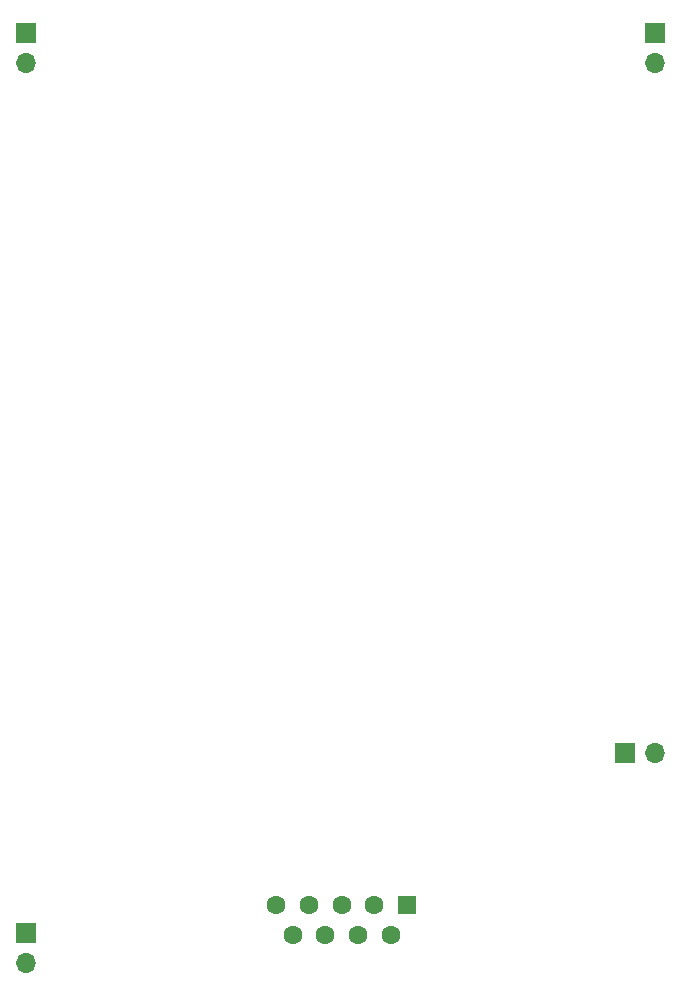
<source format=gbr>
G04 #@! TF.GenerationSoftware,KiCad,Pcbnew,5.1.5-52549c5~84~ubuntu18.04.1*
G04 #@! TF.CreationDate,2020-02-18T11:51:06+01:00*
G04 #@! TF.ProjectId,test,74657374-2e6b-4696-9361-645f70636258,rev?*
G04 #@! TF.SameCoordinates,Original*
G04 #@! TF.FileFunction,Copper,L2,Bot*
G04 #@! TF.FilePolarity,Positive*
%FSLAX46Y46*%
G04 Gerber Fmt 4.6, Leading zero omitted, Abs format (unit mm)*
G04 Created by KiCad (PCBNEW 5.1.5-52549c5~84~ubuntu18.04.1) date 2020-02-18 11:51:06*
%MOMM*%
%LPD*%
G04 APERTURE LIST*
%ADD10R,1.600000X1.600000*%
%ADD11C,1.600000*%
%ADD12R,1.700000X1.700000*%
%ADD13O,1.700000X1.700000*%
G04 APERTURE END LIST*
D10*
X88350000Y-136007580D03*
D11*
X85580000Y-136007580D03*
X82810000Y-136007580D03*
X80040000Y-136007580D03*
X77270000Y-136007580D03*
X86965000Y-138547580D03*
X84195000Y-138547580D03*
X81425000Y-138547580D03*
X78655000Y-138547580D03*
D12*
X56100000Y-62200000D03*
D13*
X56100000Y-64740000D03*
D12*
X56100000Y-138400000D03*
D13*
X56100000Y-140940000D03*
X109300000Y-64740000D03*
D12*
X109300000Y-62200000D03*
D13*
X109300000Y-123160000D03*
D12*
X106760000Y-123160000D03*
M02*

</source>
